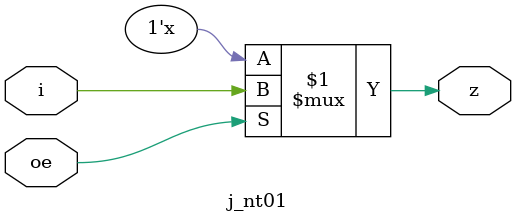
<source format=v>


module j_nt01 (z, i, oe);
   input i, oe;
   output z;

   assign  z = oe ? i : 1'bz;

endmodule

</source>
